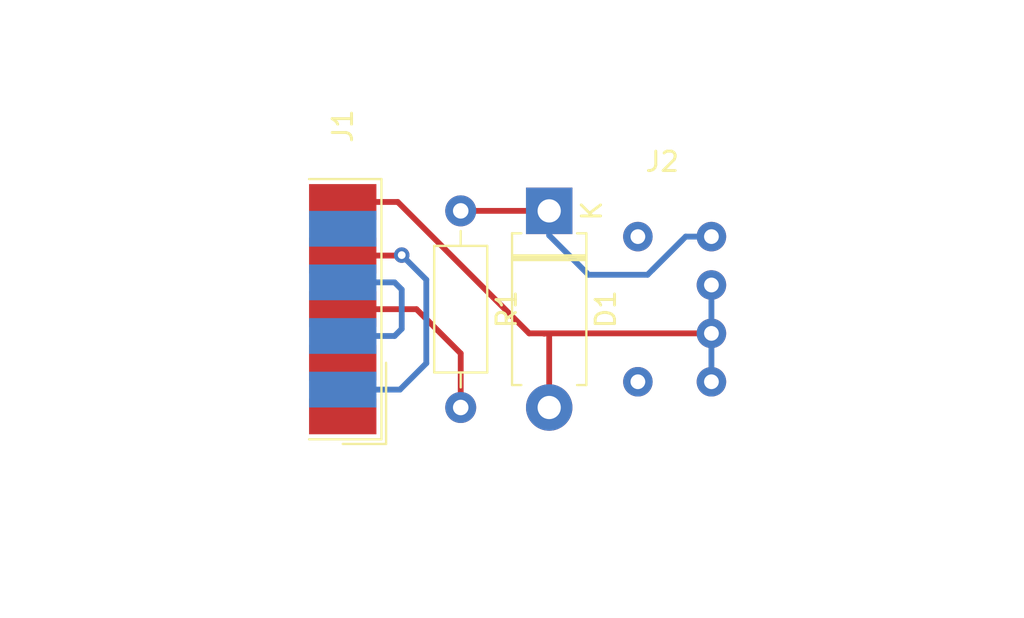
<source format=kicad_pcb>
(kicad_pcb (version 20171130) (host pcbnew 5.1.10)

  (general
    (thickness 1.6)
    (drawings 4)
    (tracks 33)
    (zones 0)
    (modules 4)
    (nets 11)
  )

  (page A4)
  (layers
    (0 F.Cu signal)
    (31 B.Cu signal)
    (32 B.Adhes user)
    (33 F.Adhes user)
    (34 B.Paste user)
    (35 F.Paste user)
    (36 B.SilkS user)
    (37 F.SilkS user)
    (38 B.Mask user)
    (39 F.Mask user)
    (40 Dwgs.User user)
    (41 Cmts.User user)
    (42 Eco1.User user)
    (43 Eco2.User user)
    (44 Edge.Cuts user)
    (45 Margin user)
    (46 B.CrtYd user)
    (47 F.CrtYd user)
    (48 B.Fab user)
    (49 F.Fab user)
  )

  (setup
    (last_trace_width 0.3)
    (trace_clearance 0.2)
    (zone_clearance 0.508)
    (zone_45_only no)
    (trace_min 0.2)
    (via_size 0.8)
    (via_drill 0.4)
    (via_min_size 0.4)
    (via_min_drill 0.3)
    (uvia_size 0.3)
    (uvia_drill 0.1)
    (uvias_allowed no)
    (uvia_min_size 0.2)
    (uvia_min_drill 0.1)
    (edge_width 0.05)
    (segment_width 0.2)
    (pcb_text_width 0.3)
    (pcb_text_size 1.5 1.5)
    (mod_edge_width 0.12)
    (mod_text_size 1 1)
    (mod_text_width 0.15)
    (pad_size 1.524 1.524)
    (pad_drill 0.762)
    (pad_to_mask_clearance 0)
    (aux_axis_origin 0 0)
    (visible_elements FFFFFF7F)
    (pcbplotparams
      (layerselection 0x010fc_ffffffff)
      (usegerberextensions false)
      (usegerberattributes true)
      (usegerberadvancedattributes true)
      (creategerberjobfile true)
      (excludeedgelayer true)
      (linewidth 0.100000)
      (plotframeref false)
      (viasonmask false)
      (mode 1)
      (useauxorigin false)
      (hpglpennumber 1)
      (hpglpenspeed 20)
      (hpglpendiameter 15.000000)
      (psnegative false)
      (psa4output false)
      (plotreference true)
      (plotvalue true)
      (plotinvisibletext false)
      (padsonsilk false)
      (subtractmaskfromsilk false)
      (outputformat 1)
      (mirror false)
      (drillshape 1)
      (scaleselection 1)
      (outputdirectory ""))
  )

  (net 0 "")
  (net 1 "Net-(D1-Pad1)")
  (net 2 GND)
  (net 3 "Net-(J1-Pad1)")
  (net 4 "Net-(J1-Pad2)")
  (net 5 "Net-(J1-Pad3)")
  (net 6 "Net-(J1-Pad4)")
  (net 7 "Net-(J1-Pad7)")
  (net 8 "Net-(J1-Pad9)")
  (net 9 "Net-(J2-Pad1)")
  (net 10 "Net-(J2-Pad4)")

  (net_class Default "This is the default net class."
    (clearance 0.2)
    (trace_width 0.3)
    (via_dia 0.8)
    (via_drill 0.4)
    (uvia_dia 0.3)
    (uvia_drill 0.1)
    (add_net GND)
    (add_net "Net-(D1-Pad1)")
    (add_net "Net-(J1-Pad1)")
    (add_net "Net-(J1-Pad2)")
    (add_net "Net-(J1-Pad3)")
    (add_net "Net-(J1-Pad4)")
    (add_net "Net-(J1-Pad7)")
    (add_net "Net-(J1-Pad9)")
    (add_net "Net-(J2-Pad1)")
    (add_net "Net-(J2-Pad4)")
  )

  (module fibre:HFBR-X515XZ (layer F.Cu) (tedit 60A578BC) (tstamp 60377919)
    (at 153.67 81.28)
    (path /6036D979)
    (fp_text reference J2 (at -2.54 -7.62) (layer F.SilkS)
      (effects (font (size 1 1) (thickness 0.15)))
    )
    (fp_text value HFBR-1515BZ (at 8.89 0) (layer F.Fab)
      (effects (font (size 1 1) (thickness 0.15)))
    )
    (fp_line (start 13.7 4) (end 12.3 4) (layer Dwgs.User) (width 0.12))
    (fp_line (start 12.3 2.75) (end 12.3 4) (layer Dwgs.User) (width 0.12))
    (fp_line (start 13.7 2.75) (end 13.7 4) (layer Dwgs.User) (width 0.12))
    (fp_line (start 12.3 -2.75) (end 12.3 -4) (layer Dwgs.User) (width 0.12))
    (fp_line (start 13.7 -4) (end 12.3 -4) (layer Dwgs.User) (width 0.12))
    (fp_line (start 13.7 -2.75) (end 13.7 -4) (layer Dwgs.User) (width 0.12))
    (fp_line (start 2.5 -6.25) (end 2.5 -2.75) (layer Dwgs.User) (width 0.12))
    (fp_line (start 16.1 -2.75) (end 2.5 -2.75) (layer Dwgs.User) (width 0.12))
    (fp_line (start 16.1 2.75) (end 16.1 -2.75) (layer Dwgs.User) (width 0.12))
    (fp_line (start 2.5 2.75) (end 16.1 2.75) (layer Dwgs.User) (width 0.12))
    (fp_line (start 2.5 2.75) (end 2.5 6.25) (layer Dwgs.User) (width 0.12))
    (fp_line (start -5.1 6.25) (end 2.5 6.25) (layer Dwgs.User) (width 0.12))
    (fp_line (start -5.1 -6.25) (end -5.1 6.25) (layer Dwgs.User) (width 0.12))
    (fp_line (start 2.5 -6.25) (end -5.1 -6.25) (layer Dwgs.User) (width 0.12))
    (pad 5 thru_hole circle (at 0 3.75) (size 1.524 1.524) (drill 0.762) (layers *.Cu *.Mask)
      (net 2 GND))
    (pad 6 thru_hole circle (at 0 1.25) (size 1.524 1.524) (drill 0.762) (layers *.Cu *.Mask)
      (net 2 GND))
    (pad 7 thru_hole circle (at 0 -1.25) (size 1.524 1.524) (drill 0.762) (layers *.Cu *.Mask)
      (net 2 GND))
    (pad 8 thru_hole circle (at 0 -3.75) (size 1.524 1.524) (drill 0.762) (layers *.Cu *.Mask)
      (net 1 "Net-(D1-Pad1)"))
    (pad 1 thru_hole circle (at -3.8 -3.75) (size 1.524 1.524) (drill 0.762) (layers *.Cu *.Mask)
      (net 9 "Net-(J2-Pad1)"))
    (pad 4 thru_hole circle (at -3.8 3.75) (size 1.524 1.524) (drill 0.762) (layers *.Cu *.Mask)
      (net 10 "Net-(J2-Pad4)"))
  )

  (module Diode_THT:D_DO-15_P10.16mm_Horizontal (layer F.Cu) (tedit 5AE50CD5) (tstamp 60378413)
    (at 145.288 76.2 270)
    (descr "Diode, DO-15 series, Axial, Horizontal, pin pitch=10.16mm, , length*diameter=7.6*3.6mm^2, , http://www.diodes.com/_files/packages/DO-15.pdf")
    (tags "Diode DO-15 series Axial Horizontal pin pitch 10.16mm  length 7.6mm diameter 3.6mm")
    (path /6036EB86)
    (fp_text reference D1 (at 5.08 -2.92 90) (layer F.SilkS)
      (effects (font (size 1 1) (thickness 0.15)))
    )
    (fp_text value 1N4148 (at 5.08 2.92 90) (layer F.Fab)
      (effects (font (size 1 1) (thickness 0.15)))
    )
    (fp_line (start 1.28 -1.8) (end 1.28 1.8) (layer F.Fab) (width 0.1))
    (fp_line (start 1.28 1.8) (end 8.88 1.8) (layer F.Fab) (width 0.1))
    (fp_line (start 8.88 1.8) (end 8.88 -1.8) (layer F.Fab) (width 0.1))
    (fp_line (start 8.88 -1.8) (end 1.28 -1.8) (layer F.Fab) (width 0.1))
    (fp_line (start 0 0) (end 1.28 0) (layer F.Fab) (width 0.1))
    (fp_line (start 10.16 0) (end 8.88 0) (layer F.Fab) (width 0.1))
    (fp_line (start 2.42 -1.8) (end 2.42 1.8) (layer F.Fab) (width 0.1))
    (fp_line (start 2.52 -1.8) (end 2.52 1.8) (layer F.Fab) (width 0.1))
    (fp_line (start 2.32 -1.8) (end 2.32 1.8) (layer F.Fab) (width 0.1))
    (fp_line (start 1.16 -1.44) (end 1.16 -1.92) (layer F.SilkS) (width 0.12))
    (fp_line (start 1.16 -1.92) (end 9 -1.92) (layer F.SilkS) (width 0.12))
    (fp_line (start 9 -1.92) (end 9 -1.44) (layer F.SilkS) (width 0.12))
    (fp_line (start 1.16 1.44) (end 1.16 1.92) (layer F.SilkS) (width 0.12))
    (fp_line (start 1.16 1.92) (end 9 1.92) (layer F.SilkS) (width 0.12))
    (fp_line (start 9 1.92) (end 9 1.44) (layer F.SilkS) (width 0.12))
    (fp_line (start 2.42 -1.92) (end 2.42 1.92) (layer F.SilkS) (width 0.12))
    (fp_line (start 2.54 -1.92) (end 2.54 1.92) (layer F.SilkS) (width 0.12))
    (fp_line (start 2.3 -1.92) (end 2.3 1.92) (layer F.SilkS) (width 0.12))
    (fp_line (start -1.45 -2.05) (end -1.45 2.05) (layer F.CrtYd) (width 0.05))
    (fp_line (start -1.45 2.05) (end 11.61 2.05) (layer F.CrtYd) (width 0.05))
    (fp_line (start 11.61 2.05) (end 11.61 -2.05) (layer F.CrtYd) (width 0.05))
    (fp_line (start 11.61 -2.05) (end -1.45 -2.05) (layer F.CrtYd) (width 0.05))
    (fp_text user %R (at 5.65 0 90) (layer F.Fab)
      (effects (font (size 1 1) (thickness 0.15)))
    )
    (fp_text user K (at 0 -2.2 90) (layer F.Fab)
      (effects (font (size 1 1) (thickness 0.15)))
    )
    (fp_text user K (at 0 -2.2 90) (layer F.SilkS)
      (effects (font (size 1 1) (thickness 0.15)))
    )
    (pad 1 thru_hole rect (at 0 0 270) (size 2.4 2.4) (drill 1.2) (layers *.Cu *.Mask)
      (net 1 "Net-(D1-Pad1)"))
    (pad 2 thru_hole oval (at 10.16 0 270) (size 2.4 2.4) (drill 1.2) (layers *.Cu *.Mask)
      (net 2 GND))
    (model ${KISYS3DMOD}/Diode_THT.3dshapes/D_DO-15_P10.16mm_Horizontal.wrl
      (at (xyz 0 0 0))
      (scale (xyz 1 1 1))
      (rotate (xyz 0 0 0))
    )
  )

  (module Connector_Dsub:DSUB-9_Female_EdgeMount_P2.77mm (layer F.Cu) (tedit 59FEDEE2) (tstamp 603780E8)
    (at 134.62 81.28 270)
    (descr "9-pin D-Sub connector, solder-cups edge-mounted, female, x-pin-pitch 2.77mm, distance of mounting holes 25mm, see https://disti-assets.s3.amazonaws.com/tonar/files/datasheets/16730.pdf")
    (tags "9-pin D-Sub connector edge mount solder cup female x-pin-pitch 2.77mm mounting holes distance 25mm")
    (path /60369E1B)
    (attr smd)
    (fp_text reference J1 (at -9.463333 0 90) (layer F.SilkS)
      (effects (font (size 1 1) (thickness 0.15)))
    )
    (fp_text value DB9_Female (at 0 16.86 90) (layer F.Fab)
      (effects (font (size 1 1) (thickness 0.15)))
    )
    (fp_line (start 4.94 -0.91) (end 4.94 1.99) (layer F.Fab) (width 0.1))
    (fp_line (start 4.94 1.99) (end 6.14 1.99) (layer F.Fab) (width 0.1))
    (fp_line (start 6.14 1.99) (end 6.14 -0.91) (layer F.Fab) (width 0.1))
    (fp_line (start 6.14 -0.91) (end 4.94 -0.91) (layer F.Fab) (width 0.1))
    (fp_line (start 2.17 -0.91) (end 2.17 1.99) (layer F.Fab) (width 0.1))
    (fp_line (start 2.17 1.99) (end 3.37 1.99) (layer F.Fab) (width 0.1))
    (fp_line (start 3.37 1.99) (end 3.37 -0.91) (layer F.Fab) (width 0.1))
    (fp_line (start 3.37 -0.91) (end 2.17 -0.91) (layer F.Fab) (width 0.1))
    (fp_line (start -0.6 -0.91) (end -0.6 1.99) (layer F.Fab) (width 0.1))
    (fp_line (start -0.6 1.99) (end 0.6 1.99) (layer F.Fab) (width 0.1))
    (fp_line (start 0.6 1.99) (end 0.6 -0.91) (layer F.Fab) (width 0.1))
    (fp_line (start 0.6 -0.91) (end -0.6 -0.91) (layer F.Fab) (width 0.1))
    (fp_line (start -3.37 -0.91) (end -3.37 1.99) (layer F.Fab) (width 0.1))
    (fp_line (start -3.37 1.99) (end -2.17 1.99) (layer F.Fab) (width 0.1))
    (fp_line (start -2.17 1.99) (end -2.17 -0.91) (layer F.Fab) (width 0.1))
    (fp_line (start -2.17 -0.91) (end -3.37 -0.91) (layer F.Fab) (width 0.1))
    (fp_line (start -6.14 -0.91) (end -6.14 1.99) (layer F.Fab) (width 0.1))
    (fp_line (start -6.14 1.99) (end -4.94 1.99) (layer F.Fab) (width 0.1))
    (fp_line (start -4.94 1.99) (end -4.94 -0.91) (layer F.Fab) (width 0.1))
    (fp_line (start -4.94 -0.91) (end -6.14 -0.91) (layer F.Fab) (width 0.1))
    (fp_line (start 3.555 -0.91) (end 3.555 1.99) (layer B.Fab) (width 0.1))
    (fp_line (start 3.555 1.99) (end 4.755 1.99) (layer B.Fab) (width 0.1))
    (fp_line (start 4.755 1.99) (end 4.755 -0.91) (layer B.Fab) (width 0.1))
    (fp_line (start 4.755 -0.91) (end 3.555 -0.91) (layer B.Fab) (width 0.1))
    (fp_line (start 0.785 -0.91) (end 0.785 1.99) (layer B.Fab) (width 0.1))
    (fp_line (start 0.785 1.99) (end 1.985 1.99) (layer B.Fab) (width 0.1))
    (fp_line (start 1.985 1.99) (end 1.985 -0.91) (layer B.Fab) (width 0.1))
    (fp_line (start 1.985 -0.91) (end 0.785 -0.91) (layer B.Fab) (width 0.1))
    (fp_line (start -1.985 -0.91) (end -1.985 1.99) (layer B.Fab) (width 0.1))
    (fp_line (start -1.985 1.99) (end -0.785 1.99) (layer B.Fab) (width 0.1))
    (fp_line (start -0.785 1.99) (end -0.785 -0.91) (layer B.Fab) (width 0.1))
    (fp_line (start -0.785 -0.91) (end -1.985 -0.91) (layer B.Fab) (width 0.1))
    (fp_line (start -4.755 -0.91) (end -4.755 1.99) (layer B.Fab) (width 0.1))
    (fp_line (start -4.755 1.99) (end -3.555 1.99) (layer B.Fab) (width 0.1))
    (fp_line (start -3.555 1.99) (end -3.555 -0.91) (layer B.Fab) (width 0.1))
    (fp_line (start -3.555 -0.91) (end -4.755 -0.91) (layer B.Fab) (width 0.1))
    (fp_line (start -7.55 1.99) (end -7.55 4.79) (layer F.Fab) (width 0.1))
    (fp_line (start -7.55 4.79) (end 7.55 4.79) (layer F.Fab) (width 0.1))
    (fp_line (start 7.55 4.79) (end 7.55 1.99) (layer F.Fab) (width 0.1))
    (fp_line (start 7.55 1.99) (end -7.55 1.99) (layer F.Fab) (width 0.1))
    (fp_line (start -8.55 4.79) (end -8.55 9.29) (layer F.Fab) (width 0.1))
    (fp_line (start -8.55 9.29) (end 8.55 9.29) (layer F.Fab) (width 0.1))
    (fp_line (start 8.55 9.29) (end 8.55 4.79) (layer F.Fab) (width 0.1))
    (fp_line (start 8.55 4.79) (end -8.55 4.79) (layer F.Fab) (width 0.1))
    (fp_line (start -15.425 9.29) (end -15.425 9.69) (layer F.Fab) (width 0.1))
    (fp_line (start -15.425 9.69) (end 15.425 9.69) (layer F.Fab) (width 0.1))
    (fp_line (start 15.425 9.69) (end 15.425 9.29) (layer F.Fab) (width 0.1))
    (fp_line (start 15.425 9.29) (end -15.425 9.29) (layer F.Fab) (width 0.1))
    (fp_line (start -8.15 9.69) (end -8.15 15.86) (layer F.Fab) (width 0.1))
    (fp_line (start -8.15 15.86) (end 8.15 15.86) (layer F.Fab) (width 0.1))
    (fp_line (start 8.15 15.86) (end 8.15 9.69) (layer F.Fab) (width 0.1))
    (fp_line (start 8.15 9.69) (end -8.15 9.69) (layer F.Fab) (width 0.1))
    (fp_line (start -7 -2.25) (end 7 -2.25) (layer F.CrtYd) (width 0.05))
    (fp_line (start 7 -2.25) (end 7 1.5) (layer F.CrtYd) (width 0.05))
    (fp_line (start 7 1.5) (end 8.05 1.5) (layer F.CrtYd) (width 0.05))
    (fp_line (start 8.05 1.5) (end 8.05 4.3) (layer F.CrtYd) (width 0.05))
    (fp_line (start 8.05 4.3) (end 9.05 4.3) (layer F.CrtYd) (width 0.05))
    (fp_line (start 9.05 4.3) (end 9.05 8.8) (layer F.CrtYd) (width 0.05))
    (fp_line (start 9.05 8.8) (end 15.95 8.8) (layer F.CrtYd) (width 0.05))
    (fp_line (start 15.95 8.8) (end 15.95 10.2) (layer F.CrtYd) (width 0.05))
    (fp_line (start 15.95 10.2) (end 8.65 10.2) (layer F.CrtYd) (width 0.05))
    (fp_line (start 8.65 10.2) (end 8.65 16.4) (layer F.CrtYd) (width 0.05))
    (fp_line (start 8.65 16.4) (end -8.65 16.4) (layer F.CrtYd) (width 0.05))
    (fp_line (start -8.65 16.4) (end -8.65 10.2) (layer F.CrtYd) (width 0.05))
    (fp_line (start -8.65 10.2) (end -15.95 10.2) (layer F.CrtYd) (width 0.05))
    (fp_line (start -15.95 10.2) (end -15.95 8.8) (layer F.CrtYd) (width 0.05))
    (fp_line (start -15.95 8.8) (end -9.05 8.8) (layer F.CrtYd) (width 0.05))
    (fp_line (start -9.05 8.8) (end -9.05 4.3) (layer F.CrtYd) (width 0.05))
    (fp_line (start -9.05 4.3) (end -8.05 4.3) (layer F.CrtYd) (width 0.05))
    (fp_line (start -8.05 4.3) (end -8.05 1.5) (layer F.CrtYd) (width 0.05))
    (fp_line (start -8.05 1.5) (end -7 1.5) (layer F.CrtYd) (width 0.05))
    (fp_line (start -7 1.5) (end -7 -2.25) (layer F.CrtYd) (width 0.05))
    (fp_line (start 6.723333 1.74) (end 6.723333 -2) (layer F.SilkS) (width 0.12))
    (fp_line (start 6.723333 -2) (end -6.723333 -2) (layer F.SilkS) (width 0.12))
    (fp_line (start -6.723333 -2) (end -6.723333 1.74) (layer F.SilkS) (width 0.12))
    (fp_line (start 6.963333 0) (end 6.963333 -2.24) (layer F.SilkS) (width 0.12))
    (fp_line (start 6.963333 -2.24) (end 2.77 -2.24) (layer F.SilkS) (width 0.12))
    (fp_line (start -15.425 1.99) (end 15.425 1.99) (layer Dwgs.User) (width 0.05))
    (fp_text user %R (at 0 3.39 90) (layer F.Fab)
      (effects (font (size 1 1) (thickness 0.15)))
    )
    (fp_text user "PCB edge" (at -10.425 1.323333 90) (layer Dwgs.User)
      (effects (font (size 0.5 0.5) (thickness 0.075)))
    )
    (pad 1 smd rect (at 5.54 0 270) (size 1.846667 3.48) (layers F.Cu F.Paste F.Mask)
      (net 3 "Net-(J1-Pad1)"))
    (pad 2 smd rect (at 2.77 0 270) (size 1.846667 3.48) (layers F.Cu F.Paste F.Mask)
      (net 4 "Net-(J1-Pad2)"))
    (pad 3 smd rect (at 0 0 270) (size 1.846667 3.48) (layers F.Cu F.Paste F.Mask)
      (net 5 "Net-(J1-Pad3)"))
    (pad 4 smd rect (at -2.77 0 270) (size 1.846667 3.48) (layers F.Cu F.Paste F.Mask)
      (net 6 "Net-(J1-Pad4)"))
    (pad 5 smd rect (at -5.54 0 270) (size 1.846667 3.48) (layers F.Cu F.Paste F.Mask)
      (net 2 GND))
    (pad 6 smd rect (at 4.155 0 270) (size 1.846667 3.48) (layers B.Cu B.Paste B.Mask)
      (net 6 "Net-(J1-Pad4)"))
    (pad 7 smd rect (at 1.385 0 270) (size 1.846667 3.48) (layers B.Cu B.Paste B.Mask)
      (net 7 "Net-(J1-Pad7)"))
    (pad 8 smd rect (at -1.385 0 270) (size 1.846667 3.48) (layers B.Cu B.Paste B.Mask)
      (net 7 "Net-(J1-Pad7)"))
    (pad 9 smd rect (at -4.155 0 270) (size 1.846667 3.48) (layers B.Cu B.Paste B.Mask)
      (net 8 "Net-(J1-Pad9)"))
    (model ${KISYS3DMOD}/Connector_Dsub.3dshapes/DSUB-9_Female_EdgeMount_P2.77mm.wrl
      (at (xyz 0 0 0))
      (scale (xyz 1 1 1))
      (rotate (xyz 0 0 0))
    )
  )

  (module Resistor_THT:R_Axial_DIN0207_L6.3mm_D2.5mm_P10.16mm_Horizontal (layer F.Cu) (tedit 5AE5139B) (tstamp 60378921)
    (at 140.716 76.2 270)
    (descr "Resistor, Axial_DIN0207 series, Axial, Horizontal, pin pitch=10.16mm, 0.25W = 1/4W, length*diameter=6.3*2.5mm^2, http://cdn-reichelt.de/documents/datenblatt/B400/1_4W%23YAG.pdf")
    (tags "Resistor Axial_DIN0207 series Axial Horizontal pin pitch 10.16mm 0.25W = 1/4W length 6.3mm diameter 2.5mm")
    (path /6036E673)
    (fp_text reference R1 (at 5.08 -2.37 90) (layer F.SilkS)
      (effects (font (size 1 1) (thickness 0.15)))
    )
    (fp_text value 1k (at 5.08 2.37 90) (layer F.Fab)
      (effects (font (size 1 1) (thickness 0.15)))
    )
    (fp_line (start 1.93 -1.25) (end 1.93 1.25) (layer F.Fab) (width 0.1))
    (fp_line (start 1.93 1.25) (end 8.23 1.25) (layer F.Fab) (width 0.1))
    (fp_line (start 8.23 1.25) (end 8.23 -1.25) (layer F.Fab) (width 0.1))
    (fp_line (start 8.23 -1.25) (end 1.93 -1.25) (layer F.Fab) (width 0.1))
    (fp_line (start 0 0) (end 1.93 0) (layer F.Fab) (width 0.1))
    (fp_line (start 10.16 0) (end 8.23 0) (layer F.Fab) (width 0.1))
    (fp_line (start 1.81 -1.37) (end 1.81 1.37) (layer F.SilkS) (width 0.12))
    (fp_line (start 1.81 1.37) (end 8.35 1.37) (layer F.SilkS) (width 0.12))
    (fp_line (start 8.35 1.37) (end 8.35 -1.37) (layer F.SilkS) (width 0.12))
    (fp_line (start 8.35 -1.37) (end 1.81 -1.37) (layer F.SilkS) (width 0.12))
    (fp_line (start 1.04 0) (end 1.81 0) (layer F.SilkS) (width 0.12))
    (fp_line (start 9.12 0) (end 8.35 0) (layer F.SilkS) (width 0.12))
    (fp_line (start -1.05 -1.5) (end -1.05 1.5) (layer F.CrtYd) (width 0.05))
    (fp_line (start -1.05 1.5) (end 11.21 1.5) (layer F.CrtYd) (width 0.05))
    (fp_line (start 11.21 1.5) (end 11.21 -1.5) (layer F.CrtYd) (width 0.05))
    (fp_line (start 11.21 -1.5) (end -1.05 -1.5) (layer F.CrtYd) (width 0.05))
    (fp_text user %R (at 5.08 0 90) (layer F.Fab)
      (effects (font (size 1 1) (thickness 0.15)))
    )
    (pad 1 thru_hole circle (at 0 0 270) (size 1.6 1.6) (drill 0.8) (layers *.Cu *.Mask)
      (net 1 "Net-(D1-Pad1)"))
    (pad 2 thru_hole oval (at 10.16 0 270) (size 1.6 1.6) (drill 0.8) (layers *.Cu *.Mask)
      (net 5 "Net-(J1-Pad3)"))
    (model ${KISYS3DMOD}/Resistor_THT.3dshapes/R_Axial_DIN0207_L6.3mm_D2.5mm_P10.16mm_Horizontal.wrl
      (at (xyz 0 0 0))
      (scale (xyz 1 1 1))
      (rotate (xyz 0 0 0))
    )
  )

  (gr_line (start 132.8 73.406) (end 132.8 89.154) (layer Margin) (width 0.15) (tstamp 60378362))
  (gr_line (start 155.7 73.406) (end 155.7 89.154) (layer Margin) (width 0.15) (tstamp 60378373))
  (gr_line (start 132.8 89.154) (end 155.7 89.154) (layer Margin) (width 0.15) (tstamp 60378356))
  (gr_line (start 132.8 73.406) (end 155.7 73.406) (layer Margin) (width 0.15))

  (segment (start 145.034 75.184) (end 145.034 76.394) (width 0.3) (layer B.Cu) (net 1))
  (segment (start 145.288 76.2) (end 140.716 76.2) (width 0.3) (layer F.Cu) (net 1))
  (segment (start 145.288 76.2) (end 145.288 77.47) (width 0.3) (layer B.Cu) (net 1))
  (segment (start 145.288 77.47) (end 147.32 79.502) (width 0.3) (layer B.Cu) (net 1))
  (segment (start 147.32 79.502) (end 150.368 79.502) (width 0.3) (layer B.Cu) (net 1))
  (segment (start 152.34 77.53) (end 150.622 79.248) (width 0.3) (layer B.Cu) (net 1))
  (segment (start 150.622 79.248) (end 152.146 77.724) (width 0.3) (layer B.Cu) (net 1))
  (segment (start 153.67 77.53) (end 152.34 77.53) (width 0.3) (layer B.Cu) (net 1))
  (segment (start 150.368 79.502) (end 150.622 79.248) (width 0.3) (layer B.Cu) (net 1))
  (segment (start 134.62 75.74) (end 137.462 75.74) (width 0.3) (layer F.Cu) (net 2))
  (segment (start 137.462 75.74) (end 144.252 82.53) (width 0.3) (layer F.Cu) (net 2))
  (segment (start 145.034 82.55) (end 145.054 82.53) (width 0.3) (layer F.Cu) (net 2))
  (segment (start 144.252 82.53) (end 145.054 82.53) (width 0.3) (layer F.Cu) (net 2))
  (segment (start 145.288 82.55) (end 145.308 82.53) (width 0.3) (layer F.Cu) (net 2))
  (segment (start 145.288 86.36) (end 145.288 82.55) (width 0.3) (layer F.Cu) (net 2))
  (segment (start 145.308 82.53) (end 153.67 82.53) (width 0.3) (layer F.Cu) (net 2))
  (segment (start 145.054 82.53) (end 145.308 82.53) (width 0.3) (layer F.Cu) (net 2))
  (segment (start 153.67 80.03) (end 153.67 85.03) (width 0.3) (layer B.Cu) (net 2))
  (segment (start 140.716 83.566) (end 140.716 86.36) (width 0.3) (layer F.Cu) (net 5))
  (segment (start 138.43 81.28) (end 140.716 83.566) (width 0.3) (layer F.Cu) (net 5))
  (segment (start 134.62 81.28) (end 138.43 81.28) (width 0.3) (layer F.Cu) (net 5))
  (via (at 137.668 78.486) (size 0.8) (drill 0.4) (layers F.Cu B.Cu) (net 6))
  (segment (start 137.644 78.51) (end 137.668 78.486) (width 0.3) (layer F.Cu) (net 6))
  (segment (start 134.62 78.51) (end 137.644 78.51) (width 0.3) (layer F.Cu) (net 6))
  (segment (start 137.668 78.486) (end 138.938 79.756) (width 0.3) (layer B.Cu) (net 6))
  (segment (start 138.938 79.756) (end 138.938 84.074) (width 0.3) (layer B.Cu) (net 6))
  (segment (start 137.577 85.435) (end 134.62 85.435) (width 0.3) (layer B.Cu) (net 6))
  (segment (start 138.938 84.074) (end 137.577 85.435) (width 0.3) (layer B.Cu) (net 6))
  (segment (start 134.62 79.895) (end 137.299 79.895) (width 0.3) (layer B.Cu) (net 7))
  (segment (start 137.299 79.895) (end 137.668 80.264) (width 0.3) (layer B.Cu) (net 7))
  (segment (start 137.668 80.264) (end 137.668 82.296) (width 0.3) (layer B.Cu) (net 7))
  (segment (start 137.299 82.665) (end 134.62 82.665) (width 0.3) (layer B.Cu) (net 7))
  (segment (start 137.668 82.296) (end 137.299 82.665) (width 0.3) (layer B.Cu) (net 7))

)

</source>
